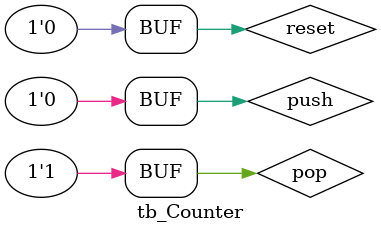
<source format=v>
`timescale 1ns / 1ps

module tb_Counter;

reg push;
reg pop;
reg reset;
wire [2:0] cnt;
 
Counter uut (
.push(push),
.pop(pop),
.reset(reset),
.cnt(cnt)
);
 
initial
begin
push = 0;
pop = 0;
reset=1;
#10;
reset=0;
#10; push = 1'b1; pop = 1'b0;
#10; push = 1'b0; pop = 1'b1;
#10; push = 1'b0; pop = 1'b1;
#10; push = 1'b1; pop = 1'b0;
#10; push = 1'b1; pop = 1'b0;
#10; push = 1'b1; pop = 1'b0;
#10; push = 1'b0; pop = 1'b1;
#10; push = 1'b0; pop = 1'b1;
#10;
end

endmodule

</source>
